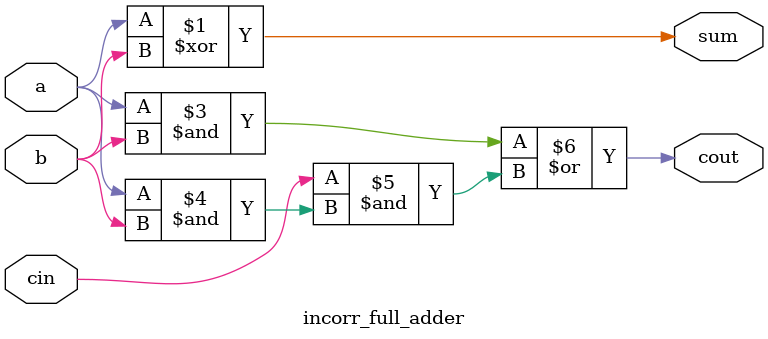
<source format=v>
module incorr_full_adder(a,b,cin,sum,cout);
input a,b,cin;
output sum,cout;
assign sum = a^b^1'b0;
assign cout = a&b|cin&(a&b); 
// initial begin
//     $display("The incorrect adder with xor1 having in2/0");
// end   
endmodule
</source>
